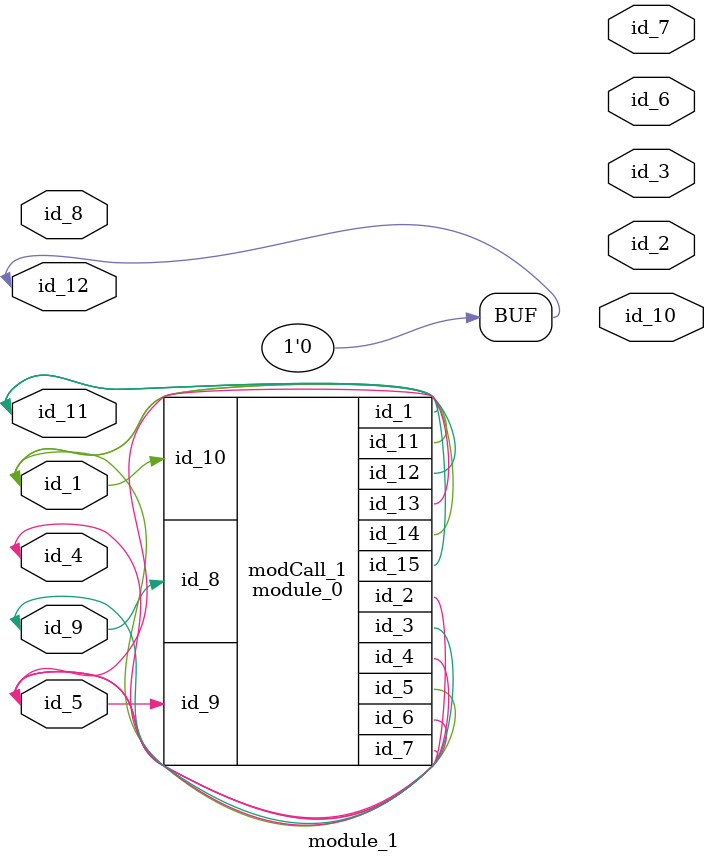
<source format=v>
module module_0 (
    id_1,
    id_2,
    id_3,
    id_4,
    id_5,
    id_6,
    id_7,
    id_8,
    id_9,
    id_10,
    id_11,
    id_12,
    id_13,
    id_14,
    id_15
);
  inout wire id_15;
  inout wire id_14;
  output wire id_13;
  inout wire id_12;
  output wire id_11;
  input wire id_10;
  input wire id_9;
  input wire id_8;
  inout wire id_7;
  inout wire id_6;
  inout wire id_5;
  output wire id_4;
  output wire id_3;
  inout wire id_2;
  output wire id_1;
  assign id_5 = 1;
endmodule
module module_1 (
    id_1,
    id_2,
    id_3,
    id_4,
    id_5,
    id_6,
    id_7,
    id_8,
    id_9,
    id_10,
    id_11,
    id_12
);
  inout wire id_12;
  inout wire id_11;
  output wire id_10;
  inout wire id_9;
  input wire id_8;
  output wire id_7;
  output wire id_6;
  inout wire id_5;
  inout wire id_4;
  output wire id_3;
  output wire id_2;
  inout wire id_1;
  initial id_12 <= 1 == "";
  module_0 modCall_1 (
      id_11,
      id_4,
      id_9,
      id_5,
      id_1,
      id_5,
      id_5,
      id_9,
      id_5,
      id_1,
      id_1,
      id_11,
      id_5,
      id_1,
      id_11
  );
endmodule

</source>
